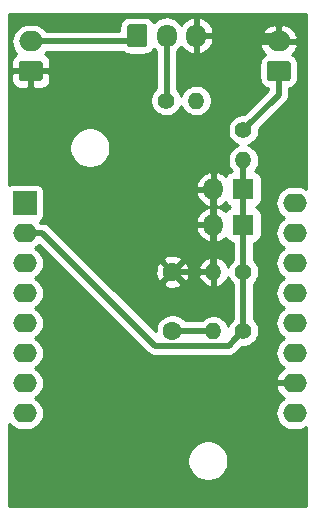
<source format=gbr>
G04 #@! TF.GenerationSoftware,KiCad,Pcbnew,5.1.5-52549c5~84~ubuntu18.04.1*
G04 #@! TF.CreationDate,2020-02-24T15:42:57+01:00*
G04 #@! TF.ProjectId,osat_wemos_board,6f736174-5f77-4656-9d6f-735f626f6172,rev?*
G04 #@! TF.SameCoordinates,Original*
G04 #@! TF.FileFunction,Copper,L1,Top*
G04 #@! TF.FilePolarity,Positive*
%FSLAX46Y46*%
G04 Gerber Fmt 4.6, Leading zero omitted, Abs format (unit mm)*
G04 Created by KiCad (PCBNEW 5.1.5-52549c5~84~ubuntu18.04.1) date 2020-02-24 15:42:57*
%MOMM*%
%LPD*%
G04 APERTURE LIST*
%ADD10O,2.000000X1.600000*%
%ADD11R,2.000000X2.000000*%
%ADD12C,1.600000*%
%ADD13C,0.100000*%
%ADD14O,2.000000X1.700000*%
%ADD15O,1.700000X1.950000*%
%ADD16C,1.400000*%
%ADD17O,1.400000X1.400000*%
%ADD18R,1.800000X1.800000*%
%ADD19O,1.800000X1.800000*%
%ADD20C,0.500000*%
%ADD21C,0.254000*%
G04 APERTURE END LIST*
D10*
X105485001Y-70715001D03*
D11*
X105485001Y-68175001D03*
D10*
X105485001Y-73255001D03*
X105485001Y-75795001D03*
X105485001Y-78335001D03*
X105485001Y-80875001D03*
X105485001Y-83415001D03*
X105485001Y-85955001D03*
X128345001Y-85955001D03*
X128345001Y-83415001D03*
X128345001Y-80875001D03*
X128345001Y-78335001D03*
X128345001Y-75795001D03*
X128345001Y-73255001D03*
X128345001Y-70715001D03*
X128345001Y-68175001D03*
D12*
X118000000Y-74000000D03*
X118000000Y-79000000D03*
G04 #@! TA.AperFunction,ComponentPad*
D13*
G36*
X127774504Y-56151204D02*
G01*
X127798773Y-56154804D01*
X127822571Y-56160765D01*
X127845671Y-56169030D01*
X127867849Y-56179520D01*
X127888893Y-56192133D01*
X127908598Y-56206747D01*
X127926777Y-56223223D01*
X127943253Y-56241402D01*
X127957867Y-56261107D01*
X127970480Y-56282151D01*
X127980970Y-56304329D01*
X127989235Y-56327429D01*
X127995196Y-56351227D01*
X127998796Y-56375496D01*
X128000000Y-56400000D01*
X128000000Y-57600000D01*
X127998796Y-57624504D01*
X127995196Y-57648773D01*
X127989235Y-57672571D01*
X127980970Y-57695671D01*
X127970480Y-57717849D01*
X127957867Y-57738893D01*
X127943253Y-57758598D01*
X127926777Y-57776777D01*
X127908598Y-57793253D01*
X127888893Y-57807867D01*
X127867849Y-57820480D01*
X127845671Y-57830970D01*
X127822571Y-57839235D01*
X127798773Y-57845196D01*
X127774504Y-57848796D01*
X127750000Y-57850000D01*
X126250000Y-57850000D01*
X126225496Y-57848796D01*
X126201227Y-57845196D01*
X126177429Y-57839235D01*
X126154329Y-57830970D01*
X126132151Y-57820480D01*
X126111107Y-57807867D01*
X126091402Y-57793253D01*
X126073223Y-57776777D01*
X126056747Y-57758598D01*
X126042133Y-57738893D01*
X126029520Y-57717849D01*
X126019030Y-57695671D01*
X126010765Y-57672571D01*
X126004804Y-57648773D01*
X126001204Y-57624504D01*
X126000000Y-57600000D01*
X126000000Y-56400000D01*
X126001204Y-56375496D01*
X126004804Y-56351227D01*
X126010765Y-56327429D01*
X126019030Y-56304329D01*
X126029520Y-56282151D01*
X126042133Y-56261107D01*
X126056747Y-56241402D01*
X126073223Y-56223223D01*
X126091402Y-56206747D01*
X126111107Y-56192133D01*
X126132151Y-56179520D01*
X126154329Y-56169030D01*
X126177429Y-56160765D01*
X126201227Y-56154804D01*
X126225496Y-56151204D01*
X126250000Y-56150000D01*
X127750000Y-56150000D01*
X127774504Y-56151204D01*
G37*
G04 #@! TD.AperFunction*
D14*
X127000000Y-54500000D03*
X106000000Y-54500000D03*
G04 #@! TA.AperFunction,ComponentPad*
D13*
G36*
X106774504Y-56151204D02*
G01*
X106798773Y-56154804D01*
X106822571Y-56160765D01*
X106845671Y-56169030D01*
X106867849Y-56179520D01*
X106888893Y-56192133D01*
X106908598Y-56206747D01*
X106926777Y-56223223D01*
X106943253Y-56241402D01*
X106957867Y-56261107D01*
X106970480Y-56282151D01*
X106980970Y-56304329D01*
X106989235Y-56327429D01*
X106995196Y-56351227D01*
X106998796Y-56375496D01*
X107000000Y-56400000D01*
X107000000Y-57600000D01*
X106998796Y-57624504D01*
X106995196Y-57648773D01*
X106989235Y-57672571D01*
X106980970Y-57695671D01*
X106970480Y-57717849D01*
X106957867Y-57738893D01*
X106943253Y-57758598D01*
X106926777Y-57776777D01*
X106908598Y-57793253D01*
X106888893Y-57807867D01*
X106867849Y-57820480D01*
X106845671Y-57830970D01*
X106822571Y-57839235D01*
X106798773Y-57845196D01*
X106774504Y-57848796D01*
X106750000Y-57850000D01*
X105250000Y-57850000D01*
X105225496Y-57848796D01*
X105201227Y-57845196D01*
X105177429Y-57839235D01*
X105154329Y-57830970D01*
X105132151Y-57820480D01*
X105111107Y-57807867D01*
X105091402Y-57793253D01*
X105073223Y-57776777D01*
X105056747Y-57758598D01*
X105042133Y-57738893D01*
X105029520Y-57717849D01*
X105019030Y-57695671D01*
X105010765Y-57672571D01*
X105004804Y-57648773D01*
X105001204Y-57624504D01*
X105000000Y-57600000D01*
X105000000Y-56400000D01*
X105001204Y-56375496D01*
X105004804Y-56351227D01*
X105010765Y-56327429D01*
X105019030Y-56304329D01*
X105029520Y-56282151D01*
X105042133Y-56261107D01*
X105056747Y-56241402D01*
X105073223Y-56223223D01*
X105091402Y-56206747D01*
X105111107Y-56192133D01*
X105132151Y-56179520D01*
X105154329Y-56169030D01*
X105177429Y-56160765D01*
X105201227Y-56154804D01*
X105225496Y-56151204D01*
X105250000Y-56150000D01*
X106750000Y-56150000D01*
X106774504Y-56151204D01*
G37*
G04 #@! TD.AperFunction*
G04 #@! TA.AperFunction,ComponentPad*
G36*
X115624504Y-53026204D02*
G01*
X115648773Y-53029804D01*
X115672571Y-53035765D01*
X115695671Y-53044030D01*
X115717849Y-53054520D01*
X115738893Y-53067133D01*
X115758598Y-53081747D01*
X115776777Y-53098223D01*
X115793253Y-53116402D01*
X115807867Y-53136107D01*
X115820480Y-53157151D01*
X115830970Y-53179329D01*
X115839235Y-53202429D01*
X115845196Y-53226227D01*
X115848796Y-53250496D01*
X115850000Y-53275000D01*
X115850000Y-54725000D01*
X115848796Y-54749504D01*
X115845196Y-54773773D01*
X115839235Y-54797571D01*
X115830970Y-54820671D01*
X115820480Y-54842849D01*
X115807867Y-54863893D01*
X115793253Y-54883598D01*
X115776777Y-54901777D01*
X115758598Y-54918253D01*
X115738893Y-54932867D01*
X115717849Y-54945480D01*
X115695671Y-54955970D01*
X115672571Y-54964235D01*
X115648773Y-54970196D01*
X115624504Y-54973796D01*
X115600000Y-54975000D01*
X114400000Y-54975000D01*
X114375496Y-54973796D01*
X114351227Y-54970196D01*
X114327429Y-54964235D01*
X114304329Y-54955970D01*
X114282151Y-54945480D01*
X114261107Y-54932867D01*
X114241402Y-54918253D01*
X114223223Y-54901777D01*
X114206747Y-54883598D01*
X114192133Y-54863893D01*
X114179520Y-54842849D01*
X114169030Y-54820671D01*
X114160765Y-54797571D01*
X114154804Y-54773773D01*
X114151204Y-54749504D01*
X114150000Y-54725000D01*
X114150000Y-53275000D01*
X114151204Y-53250496D01*
X114154804Y-53226227D01*
X114160765Y-53202429D01*
X114169030Y-53179329D01*
X114179520Y-53157151D01*
X114192133Y-53136107D01*
X114206747Y-53116402D01*
X114223223Y-53098223D01*
X114241402Y-53081747D01*
X114261107Y-53067133D01*
X114282151Y-53054520D01*
X114304329Y-53044030D01*
X114327429Y-53035765D01*
X114351227Y-53029804D01*
X114375496Y-53026204D01*
X114400000Y-53025000D01*
X115600000Y-53025000D01*
X115624504Y-53026204D01*
G37*
G04 #@! TD.AperFunction*
D15*
X117500000Y-54000000D03*
X120000000Y-54000000D03*
D16*
X124000000Y-79000000D03*
D17*
X121460000Y-79000000D03*
D16*
X124000000Y-74000000D03*
D17*
X121460000Y-74000000D03*
X124000000Y-64540000D03*
D16*
X124000000Y-62000000D03*
D17*
X120000000Y-59500000D03*
D16*
X117460000Y-59500000D03*
D18*
X124000000Y-67000000D03*
D19*
X121460000Y-67000000D03*
X121460000Y-70000000D03*
D18*
X124000000Y-70000000D03*
D20*
X118000000Y-74000000D02*
X121460000Y-74000000D01*
X121460000Y-74000000D02*
X121460000Y-70000000D01*
X121460000Y-70000000D02*
X121460000Y-67000000D01*
X126500000Y-54000000D02*
X127000000Y-54500000D01*
X120000000Y-54000000D02*
X126500000Y-54000000D01*
X121460000Y-79000000D02*
X118000000Y-79000000D01*
X124000000Y-64540000D02*
X124000000Y-67000000D01*
X124000000Y-67000000D02*
X124000000Y-70000000D01*
X124000000Y-70000000D02*
X124000000Y-74000000D01*
X124000000Y-74000000D02*
X124000000Y-79000000D01*
X122749999Y-80250001D02*
X123300001Y-79699999D01*
X123300001Y-79699999D02*
X124000000Y-79000000D01*
X116520001Y-80250001D02*
X122749999Y-80250001D01*
X106985001Y-70715001D02*
X116520001Y-80250001D01*
X105485001Y-70715001D02*
X106985001Y-70715001D01*
X127000000Y-59000000D02*
X124000000Y-62000000D01*
X127000000Y-57000000D02*
X127000000Y-59000000D01*
X114500000Y-54500000D02*
X115000000Y-54000000D01*
X106000000Y-54500000D02*
X114500000Y-54500000D01*
X117460000Y-54040000D02*
X117500000Y-54000000D01*
X117500000Y-59460000D02*
X117460000Y-59500000D01*
X117500000Y-54000000D02*
X117500000Y-59460000D01*
D21*
G36*
X129340000Y-66972808D02*
G01*
X129096809Y-66842819D01*
X128826310Y-66760765D01*
X128615493Y-66740001D01*
X128074509Y-66740001D01*
X127863692Y-66760765D01*
X127593193Y-66842819D01*
X127343900Y-66976069D01*
X127125393Y-67155393D01*
X126946069Y-67373900D01*
X126812819Y-67623193D01*
X126730765Y-67893692D01*
X126703058Y-68175001D01*
X126730765Y-68456310D01*
X126812819Y-68726809D01*
X126946069Y-68976102D01*
X127125393Y-69194609D01*
X127343900Y-69373933D01*
X127476859Y-69445001D01*
X127343900Y-69516069D01*
X127125393Y-69695393D01*
X126946069Y-69913900D01*
X126812819Y-70163193D01*
X126730765Y-70433692D01*
X126703058Y-70715001D01*
X126730765Y-70996310D01*
X126812819Y-71266809D01*
X126946069Y-71516102D01*
X127125393Y-71734609D01*
X127343900Y-71913933D01*
X127476859Y-71985001D01*
X127343900Y-72056069D01*
X127125393Y-72235393D01*
X126946069Y-72453900D01*
X126812819Y-72703193D01*
X126730765Y-72973692D01*
X126703058Y-73255001D01*
X126730765Y-73536310D01*
X126812819Y-73806809D01*
X126946069Y-74056102D01*
X127125393Y-74274609D01*
X127343900Y-74453933D01*
X127476859Y-74525001D01*
X127343900Y-74596069D01*
X127125393Y-74775393D01*
X126946069Y-74993900D01*
X126812819Y-75243193D01*
X126730765Y-75513692D01*
X126703058Y-75795001D01*
X126730765Y-76076310D01*
X126812819Y-76346809D01*
X126946069Y-76596102D01*
X127125393Y-76814609D01*
X127343900Y-76993933D01*
X127476859Y-77065001D01*
X127343900Y-77136069D01*
X127125393Y-77315393D01*
X126946069Y-77533900D01*
X126812819Y-77783193D01*
X126730765Y-78053692D01*
X126703058Y-78335001D01*
X126730765Y-78616310D01*
X126812819Y-78886809D01*
X126946069Y-79136102D01*
X127125393Y-79354609D01*
X127343900Y-79533933D01*
X127476859Y-79605001D01*
X127343900Y-79676069D01*
X127125393Y-79855393D01*
X126946069Y-80073900D01*
X126812819Y-80323193D01*
X126730765Y-80593692D01*
X126703058Y-80875001D01*
X126730765Y-81156310D01*
X126812819Y-81426809D01*
X126946069Y-81676102D01*
X127125393Y-81894609D01*
X127343900Y-82073933D01*
X127473346Y-82143123D01*
X127455774Y-82150571D01*
X127222339Y-82309328D01*
X127024362Y-82510576D01*
X126869450Y-82746580D01*
X126763557Y-83008271D01*
X126753097Y-83065962D01*
X126875086Y-83288001D01*
X128218001Y-83288001D01*
X128218001Y-83268001D01*
X128472001Y-83268001D01*
X128472001Y-83288001D01*
X128492001Y-83288001D01*
X128492001Y-83542001D01*
X128472001Y-83542001D01*
X128472001Y-83562001D01*
X128218001Y-83562001D01*
X128218001Y-83542001D01*
X126875086Y-83542001D01*
X126753097Y-83764040D01*
X126763557Y-83821731D01*
X126869450Y-84083422D01*
X127024362Y-84319426D01*
X127222339Y-84520674D01*
X127455774Y-84679431D01*
X127473346Y-84686879D01*
X127343900Y-84756069D01*
X127125393Y-84935393D01*
X126946069Y-85153900D01*
X126812819Y-85403193D01*
X126730765Y-85673692D01*
X126703058Y-85955001D01*
X126730765Y-86236310D01*
X126812819Y-86506809D01*
X126946069Y-86756102D01*
X127125393Y-86974609D01*
X127343900Y-87153933D01*
X127593193Y-87287183D01*
X127863692Y-87369237D01*
X128074509Y-87390001D01*
X128615493Y-87390001D01*
X128826310Y-87369237D01*
X129096809Y-87287183D01*
X129340001Y-87157194D01*
X129340001Y-93840000D01*
X104160000Y-93840000D01*
X104160000Y-89829117D01*
X119265000Y-89829117D01*
X119265000Y-90170883D01*
X119331675Y-90506081D01*
X119462463Y-90821831D01*
X119652337Y-91105998D01*
X119894002Y-91347663D01*
X120178169Y-91537537D01*
X120493919Y-91668325D01*
X120829117Y-91735000D01*
X121170883Y-91735000D01*
X121506081Y-91668325D01*
X121821831Y-91537537D01*
X122105998Y-91347663D01*
X122347663Y-91105998D01*
X122537537Y-90821831D01*
X122668325Y-90506081D01*
X122735000Y-90170883D01*
X122735000Y-89829117D01*
X122668325Y-89493919D01*
X122537537Y-89178169D01*
X122347663Y-88894002D01*
X122105998Y-88652337D01*
X121821831Y-88462463D01*
X121506081Y-88331675D01*
X121170883Y-88265000D01*
X120829117Y-88265000D01*
X120493919Y-88331675D01*
X120178169Y-88462463D01*
X119894002Y-88652337D01*
X119652337Y-88894002D01*
X119462463Y-89178169D01*
X119331675Y-89493919D01*
X119265000Y-89829117D01*
X104160000Y-89829117D01*
X104160000Y-86846187D01*
X104265393Y-86974609D01*
X104483900Y-87153933D01*
X104733193Y-87287183D01*
X105003692Y-87369237D01*
X105214509Y-87390001D01*
X105755493Y-87390001D01*
X105966310Y-87369237D01*
X106236809Y-87287183D01*
X106486102Y-87153933D01*
X106704609Y-86974609D01*
X106883933Y-86756102D01*
X107017183Y-86506809D01*
X107099237Y-86236310D01*
X107126944Y-85955001D01*
X107099237Y-85673692D01*
X107017183Y-85403193D01*
X106883933Y-85153900D01*
X106704609Y-84935393D01*
X106486102Y-84756069D01*
X106353143Y-84685001D01*
X106486102Y-84613933D01*
X106704609Y-84434609D01*
X106883933Y-84216102D01*
X107017183Y-83966809D01*
X107099237Y-83696310D01*
X107126944Y-83415001D01*
X107099237Y-83133692D01*
X107017183Y-82863193D01*
X106883933Y-82613900D01*
X106704609Y-82395393D01*
X106486102Y-82216069D01*
X106353143Y-82145001D01*
X106486102Y-82073933D01*
X106704609Y-81894609D01*
X106883933Y-81676102D01*
X107017183Y-81426809D01*
X107099237Y-81156310D01*
X107126944Y-80875001D01*
X107099237Y-80593692D01*
X107017183Y-80323193D01*
X106883933Y-80073900D01*
X106704609Y-79855393D01*
X106486102Y-79676069D01*
X106353143Y-79605001D01*
X106486102Y-79533933D01*
X106704609Y-79354609D01*
X106883933Y-79136102D01*
X107017183Y-78886809D01*
X107099237Y-78616310D01*
X107126944Y-78335001D01*
X107099237Y-78053692D01*
X107017183Y-77783193D01*
X106883933Y-77533900D01*
X106704609Y-77315393D01*
X106486102Y-77136069D01*
X106353143Y-77065001D01*
X106486102Y-76993933D01*
X106704609Y-76814609D01*
X106883933Y-76596102D01*
X107017183Y-76346809D01*
X107099237Y-76076310D01*
X107126944Y-75795001D01*
X107099237Y-75513692D01*
X107017183Y-75243193D01*
X106883933Y-74993900D01*
X106704609Y-74775393D01*
X106486102Y-74596069D01*
X106353143Y-74525001D01*
X106486102Y-74453933D01*
X106704609Y-74274609D01*
X106883933Y-74056102D01*
X107017183Y-73806809D01*
X107099237Y-73536310D01*
X107126944Y-73255001D01*
X107099237Y-72973692D01*
X107017183Y-72703193D01*
X106883933Y-72453900D01*
X106704609Y-72235393D01*
X106486102Y-72056069D01*
X106353143Y-71985001D01*
X106486102Y-71913933D01*
X106704609Y-71734609D01*
X106726435Y-71708013D01*
X115863471Y-80845050D01*
X115891184Y-80878818D01*
X115924952Y-80906531D01*
X115924954Y-80906533D01*
X115996453Y-80965211D01*
X116025942Y-80989412D01*
X116179688Y-81071590D01*
X116346511Y-81122196D01*
X116476524Y-81135001D01*
X116476534Y-81135001D01*
X116520000Y-81139282D01*
X116563466Y-81135001D01*
X122706530Y-81135001D01*
X122749999Y-81139282D01*
X122793468Y-81135001D01*
X122793476Y-81135001D01*
X122923489Y-81122196D01*
X123090312Y-81071590D01*
X123244058Y-80989412D01*
X123378816Y-80878818D01*
X123406533Y-80845045D01*
X123916578Y-80335000D01*
X124131486Y-80335000D01*
X124389405Y-80283696D01*
X124632359Y-80183061D01*
X124851013Y-80036962D01*
X125036962Y-79851013D01*
X125183061Y-79632359D01*
X125283696Y-79389405D01*
X125335000Y-79131486D01*
X125335000Y-78868514D01*
X125283696Y-78610595D01*
X125183061Y-78367641D01*
X125036962Y-78148987D01*
X124885000Y-77997025D01*
X124885000Y-75002975D01*
X125036962Y-74851013D01*
X125183061Y-74632359D01*
X125283696Y-74389405D01*
X125335000Y-74131486D01*
X125335000Y-73868514D01*
X125283696Y-73610595D01*
X125183061Y-73367641D01*
X125036962Y-73148987D01*
X124885000Y-72997025D01*
X124885000Y-71538072D01*
X124900000Y-71538072D01*
X125024482Y-71525812D01*
X125144180Y-71489502D01*
X125254494Y-71430537D01*
X125351185Y-71351185D01*
X125430537Y-71254494D01*
X125489502Y-71144180D01*
X125525812Y-71024482D01*
X125538072Y-70900000D01*
X125538072Y-69100000D01*
X125525812Y-68975518D01*
X125489502Y-68855820D01*
X125430537Y-68745506D01*
X125351185Y-68648815D01*
X125254494Y-68569463D01*
X125144180Y-68510498D01*
X125109573Y-68500000D01*
X125144180Y-68489502D01*
X125254494Y-68430537D01*
X125351185Y-68351185D01*
X125430537Y-68254494D01*
X125489502Y-68144180D01*
X125525812Y-68024482D01*
X125538072Y-67900000D01*
X125538072Y-66100000D01*
X125525812Y-65975518D01*
X125489502Y-65855820D01*
X125430537Y-65745506D01*
X125351185Y-65648815D01*
X125254494Y-65569463D01*
X125144180Y-65510498D01*
X125024482Y-65474188D01*
X124960125Y-65467850D01*
X125036962Y-65391013D01*
X125183061Y-65172359D01*
X125283696Y-64929405D01*
X125335000Y-64671486D01*
X125335000Y-64408514D01*
X125283696Y-64150595D01*
X125183061Y-63907641D01*
X125036962Y-63688987D01*
X124851013Y-63503038D01*
X124632359Y-63356939D01*
X124422470Y-63270000D01*
X124632359Y-63183061D01*
X124851013Y-63036962D01*
X125036962Y-62851013D01*
X125183061Y-62632359D01*
X125283696Y-62389405D01*
X125335000Y-62131486D01*
X125335000Y-61916578D01*
X127595049Y-59656530D01*
X127628817Y-59628817D01*
X127739411Y-59494059D01*
X127757616Y-59460000D01*
X127821589Y-59340314D01*
X127872195Y-59173490D01*
X127877494Y-59119687D01*
X127885000Y-59043477D01*
X127885000Y-59043469D01*
X127889281Y-59000000D01*
X127885000Y-58956531D01*
X127885000Y-58474776D01*
X127923254Y-58471008D01*
X128089850Y-58420472D01*
X128243386Y-58338405D01*
X128377962Y-58227962D01*
X128488405Y-58093386D01*
X128570472Y-57939850D01*
X128621008Y-57773254D01*
X128638072Y-57600000D01*
X128638072Y-56400000D01*
X128621008Y-56226746D01*
X128570472Y-56060150D01*
X128488405Y-55906614D01*
X128377962Y-55772038D01*
X128243386Y-55661595D01*
X128141407Y-55607086D01*
X128141795Y-55606802D01*
X128338664Y-55392046D01*
X128489854Y-55143009D01*
X128589554Y-54869261D01*
X128591476Y-54856890D01*
X128470155Y-54627000D01*
X127127000Y-54627000D01*
X127127000Y-54647000D01*
X126873000Y-54647000D01*
X126873000Y-54627000D01*
X125529845Y-54627000D01*
X125408524Y-54856890D01*
X125410446Y-54869261D01*
X125510146Y-55143009D01*
X125661336Y-55392046D01*
X125858205Y-55606802D01*
X125858593Y-55607086D01*
X125756614Y-55661595D01*
X125622038Y-55772038D01*
X125511595Y-55906614D01*
X125429528Y-56060150D01*
X125378992Y-56226746D01*
X125361928Y-56400000D01*
X125361928Y-57600000D01*
X125378992Y-57773254D01*
X125429528Y-57939850D01*
X125511595Y-58093386D01*
X125622038Y-58227962D01*
X125756614Y-58338405D01*
X125910150Y-58420472D01*
X126076746Y-58471008D01*
X126115001Y-58474776D01*
X126115001Y-58633420D01*
X124083422Y-60665000D01*
X123868514Y-60665000D01*
X123610595Y-60716304D01*
X123367641Y-60816939D01*
X123148987Y-60963038D01*
X122963038Y-61148987D01*
X122816939Y-61367641D01*
X122716304Y-61610595D01*
X122665000Y-61868514D01*
X122665000Y-62131486D01*
X122716304Y-62389405D01*
X122816939Y-62632359D01*
X122963038Y-62851013D01*
X123148987Y-63036962D01*
X123367641Y-63183061D01*
X123577530Y-63270000D01*
X123367641Y-63356939D01*
X123148987Y-63503038D01*
X122963038Y-63688987D01*
X122816939Y-63907641D01*
X122716304Y-64150595D01*
X122665000Y-64408514D01*
X122665000Y-64671486D01*
X122716304Y-64929405D01*
X122816939Y-65172359D01*
X122963038Y-65391013D01*
X123039875Y-65467850D01*
X122975518Y-65474188D01*
X122855820Y-65510498D01*
X122745506Y-65569463D01*
X122648815Y-65648815D01*
X122569463Y-65745506D01*
X122510498Y-65855820D01*
X122502311Y-65882808D01*
X122367573Y-65762038D01*
X122108620Y-65608766D01*
X121824741Y-65508959D01*
X121587000Y-65629008D01*
X121587000Y-66873000D01*
X121607000Y-66873000D01*
X121607000Y-67127000D01*
X121587000Y-67127000D01*
X121587000Y-68370992D01*
X121824741Y-68491041D01*
X122108620Y-68391234D01*
X122367573Y-68237962D01*
X122502311Y-68117192D01*
X122510498Y-68144180D01*
X122569463Y-68254494D01*
X122648815Y-68351185D01*
X122745506Y-68430537D01*
X122855820Y-68489502D01*
X122890427Y-68500000D01*
X122855820Y-68510498D01*
X122745506Y-68569463D01*
X122648815Y-68648815D01*
X122569463Y-68745506D01*
X122510498Y-68855820D01*
X122502311Y-68882808D01*
X122367573Y-68762038D01*
X122108620Y-68608766D01*
X121824741Y-68508959D01*
X121587000Y-68629008D01*
X121587000Y-69873000D01*
X121607000Y-69873000D01*
X121607000Y-70127000D01*
X121587000Y-70127000D01*
X121587000Y-71370992D01*
X121824741Y-71491041D01*
X122108620Y-71391234D01*
X122367573Y-71237962D01*
X122502311Y-71117192D01*
X122510498Y-71144180D01*
X122569463Y-71254494D01*
X122648815Y-71351185D01*
X122745506Y-71430537D01*
X122855820Y-71489502D01*
X122975518Y-71525812D01*
X123100000Y-71538072D01*
X123115000Y-71538072D01*
X123115001Y-72997024D01*
X122963038Y-73148987D01*
X122816939Y-73367641D01*
X122727506Y-73583550D01*
X122720047Y-73558956D01*
X122609792Y-73321608D01*
X122455351Y-73110330D01*
X122262660Y-72933241D01*
X122039123Y-72797147D01*
X121793330Y-72707278D01*
X121587000Y-72829799D01*
X121587000Y-73873000D01*
X121607000Y-73873000D01*
X121607000Y-74127000D01*
X121587000Y-74127000D01*
X121587000Y-75170201D01*
X121793330Y-75292722D01*
X122039123Y-75202853D01*
X122262660Y-75066759D01*
X122455351Y-74889670D01*
X122609792Y-74678392D01*
X122720047Y-74441044D01*
X122727506Y-74416450D01*
X122816939Y-74632359D01*
X122963038Y-74851013D01*
X123115000Y-75002975D01*
X123115001Y-77997024D01*
X122963038Y-78148987D01*
X122816939Y-78367641D01*
X122730000Y-78577530D01*
X122643061Y-78367641D01*
X122496962Y-78148987D01*
X122311013Y-77963038D01*
X122092359Y-77816939D01*
X121849405Y-77716304D01*
X121591486Y-77665000D01*
X121328514Y-77665000D01*
X121070595Y-77716304D01*
X120827641Y-77816939D01*
X120608987Y-77963038D01*
X120457025Y-78115000D01*
X119134521Y-78115000D01*
X119114637Y-78085241D01*
X118914759Y-77885363D01*
X118679727Y-77728320D01*
X118418574Y-77620147D01*
X118141335Y-77565000D01*
X117858665Y-77565000D01*
X117581426Y-77620147D01*
X117320273Y-77728320D01*
X117085241Y-77885363D01*
X116885363Y-78085241D01*
X116728320Y-78320273D01*
X116620147Y-78581426D01*
X116565000Y-78858665D01*
X116565000Y-79043421D01*
X112514281Y-74992702D01*
X117186903Y-74992702D01*
X117258486Y-75236671D01*
X117513996Y-75357571D01*
X117788184Y-75426300D01*
X118070512Y-75440217D01*
X118350130Y-75398787D01*
X118616292Y-75303603D01*
X118741514Y-75236671D01*
X118813097Y-74992702D01*
X118000000Y-74179605D01*
X117186903Y-74992702D01*
X112514281Y-74992702D01*
X111592091Y-74070512D01*
X116559783Y-74070512D01*
X116601213Y-74350130D01*
X116696397Y-74616292D01*
X116763329Y-74741514D01*
X117007298Y-74813097D01*
X117820395Y-74000000D01*
X118179605Y-74000000D01*
X118992702Y-74813097D01*
X119236671Y-74741514D01*
X119357571Y-74486004D01*
X119395841Y-74333329D01*
X120167284Y-74333329D01*
X120199953Y-74441044D01*
X120310208Y-74678392D01*
X120464649Y-74889670D01*
X120657340Y-75066759D01*
X120880877Y-75202853D01*
X121126670Y-75292722D01*
X121333000Y-75170201D01*
X121333000Y-74127000D01*
X120290626Y-74127000D01*
X120167284Y-74333329D01*
X119395841Y-74333329D01*
X119426300Y-74211816D01*
X119440217Y-73929488D01*
X119401277Y-73666671D01*
X120167284Y-73666671D01*
X120290626Y-73873000D01*
X121333000Y-73873000D01*
X121333000Y-72829799D01*
X121126670Y-72707278D01*
X120880877Y-72797147D01*
X120657340Y-72933241D01*
X120464649Y-73110330D01*
X120310208Y-73321608D01*
X120199953Y-73558956D01*
X120167284Y-73666671D01*
X119401277Y-73666671D01*
X119398787Y-73649870D01*
X119303603Y-73383708D01*
X119236671Y-73258486D01*
X118992702Y-73186903D01*
X118179605Y-74000000D01*
X117820395Y-74000000D01*
X117007298Y-73186903D01*
X116763329Y-73258486D01*
X116642429Y-73513996D01*
X116573700Y-73788184D01*
X116559783Y-74070512D01*
X111592091Y-74070512D01*
X110528877Y-73007298D01*
X117186903Y-73007298D01*
X118000000Y-73820395D01*
X118813097Y-73007298D01*
X118741514Y-72763329D01*
X118486004Y-72642429D01*
X118211816Y-72573700D01*
X117929488Y-72559783D01*
X117649870Y-72601213D01*
X117383708Y-72696397D01*
X117258486Y-72763329D01*
X117186903Y-73007298D01*
X110528877Y-73007298D01*
X107886319Y-70364740D01*
X119968964Y-70364740D01*
X120017606Y-70525107D01*
X120147764Y-70796414D01*
X120328351Y-71037116D01*
X120552427Y-71237962D01*
X120811380Y-71391234D01*
X121095259Y-71491041D01*
X121333000Y-71370992D01*
X121333000Y-70127000D01*
X120089622Y-70127000D01*
X119968964Y-70364740D01*
X107886319Y-70364740D01*
X107641535Y-70119957D01*
X107613818Y-70086184D01*
X107479060Y-69975590D01*
X107325314Y-69893412D01*
X107158491Y-69842806D01*
X107028478Y-69830001D01*
X107028470Y-69830001D01*
X106985001Y-69825720D01*
X106941532Y-69830001D01*
X106815079Y-69830001D01*
X106751525Y-69752560D01*
X106839495Y-69705538D01*
X106925129Y-69635260D01*
X119968964Y-69635260D01*
X120089622Y-69873000D01*
X121333000Y-69873000D01*
X121333000Y-68629008D01*
X121095259Y-68508959D01*
X120811380Y-68608766D01*
X120552427Y-68762038D01*
X120328351Y-68962884D01*
X120147764Y-69203586D01*
X120017606Y-69474893D01*
X119968964Y-69635260D01*
X106925129Y-69635260D01*
X106936186Y-69626186D01*
X107015538Y-69529495D01*
X107074503Y-69419181D01*
X107110813Y-69299483D01*
X107123073Y-69175001D01*
X107123073Y-67364740D01*
X119968964Y-67364740D01*
X120017606Y-67525107D01*
X120147764Y-67796414D01*
X120328351Y-68037116D01*
X120552427Y-68237962D01*
X120811380Y-68391234D01*
X121095259Y-68491041D01*
X121333000Y-68370992D01*
X121333000Y-67127000D01*
X120089622Y-67127000D01*
X119968964Y-67364740D01*
X107123073Y-67364740D01*
X107123073Y-67175001D01*
X107110813Y-67050519D01*
X107074503Y-66930821D01*
X107015538Y-66820507D01*
X106936186Y-66723816D01*
X106839495Y-66644464D01*
X106822276Y-66635260D01*
X119968964Y-66635260D01*
X120089622Y-66873000D01*
X121333000Y-66873000D01*
X121333000Y-65629008D01*
X121095259Y-65508959D01*
X120811380Y-65608766D01*
X120552427Y-65762038D01*
X120328351Y-65962884D01*
X120147764Y-66203586D01*
X120017606Y-66474893D01*
X119968964Y-66635260D01*
X106822276Y-66635260D01*
X106729181Y-66585499D01*
X106609483Y-66549189D01*
X106485001Y-66536929D01*
X104485001Y-66536929D01*
X104360519Y-66549189D01*
X104240821Y-66585499D01*
X104160000Y-66628699D01*
X104160000Y-63329117D01*
X109265000Y-63329117D01*
X109265000Y-63670883D01*
X109331675Y-64006081D01*
X109462463Y-64321831D01*
X109652337Y-64605998D01*
X109894002Y-64847663D01*
X110178169Y-65037537D01*
X110493919Y-65168325D01*
X110829117Y-65235000D01*
X111170883Y-65235000D01*
X111506081Y-65168325D01*
X111821831Y-65037537D01*
X112105998Y-64847663D01*
X112347663Y-64605998D01*
X112537537Y-64321831D01*
X112668325Y-64006081D01*
X112735000Y-63670883D01*
X112735000Y-63329117D01*
X112668325Y-62993919D01*
X112537537Y-62678169D01*
X112347663Y-62394002D01*
X112105998Y-62152337D01*
X111821831Y-61962463D01*
X111506081Y-61831675D01*
X111170883Y-61765000D01*
X110829117Y-61765000D01*
X110493919Y-61831675D01*
X110178169Y-61962463D01*
X109894002Y-62152337D01*
X109652337Y-62394002D01*
X109462463Y-62678169D01*
X109331675Y-62993919D01*
X109265000Y-63329117D01*
X104160000Y-63329117D01*
X104160000Y-57850000D01*
X104361928Y-57850000D01*
X104374188Y-57974482D01*
X104410498Y-58094180D01*
X104469463Y-58204494D01*
X104548815Y-58301185D01*
X104645506Y-58380537D01*
X104755820Y-58439502D01*
X104875518Y-58475812D01*
X105000000Y-58488072D01*
X105714250Y-58485000D01*
X105873000Y-58326250D01*
X105873000Y-57127000D01*
X106127000Y-57127000D01*
X106127000Y-58326250D01*
X106285750Y-58485000D01*
X107000000Y-58488072D01*
X107124482Y-58475812D01*
X107244180Y-58439502D01*
X107354494Y-58380537D01*
X107451185Y-58301185D01*
X107530537Y-58204494D01*
X107589502Y-58094180D01*
X107625812Y-57974482D01*
X107638072Y-57850000D01*
X107635000Y-57285750D01*
X107476250Y-57127000D01*
X106127000Y-57127000D01*
X105873000Y-57127000D01*
X104523750Y-57127000D01*
X104365000Y-57285750D01*
X104361928Y-57850000D01*
X104160000Y-57850000D01*
X104160000Y-54500000D01*
X104357815Y-54500000D01*
X104386487Y-54791111D01*
X104471401Y-55071034D01*
X104609294Y-55329014D01*
X104790608Y-55549945D01*
X104755820Y-55560498D01*
X104645506Y-55619463D01*
X104548815Y-55698815D01*
X104469463Y-55795506D01*
X104410498Y-55905820D01*
X104374188Y-56025518D01*
X104361928Y-56150000D01*
X104365000Y-56714250D01*
X104523750Y-56873000D01*
X105873000Y-56873000D01*
X105873000Y-56853000D01*
X106127000Y-56853000D01*
X106127000Y-56873000D01*
X107476250Y-56873000D01*
X107635000Y-56714250D01*
X107638072Y-56150000D01*
X107625812Y-56025518D01*
X107589502Y-55905820D01*
X107530537Y-55795506D01*
X107451185Y-55698815D01*
X107354494Y-55619463D01*
X107244180Y-55560498D01*
X107209392Y-55549945D01*
X107344759Y-55385000D01*
X113811077Y-55385000D01*
X113906614Y-55463405D01*
X114060150Y-55545472D01*
X114226746Y-55596008D01*
X114400000Y-55613072D01*
X115600000Y-55613072D01*
X115773254Y-55596008D01*
X115939850Y-55545472D01*
X116093386Y-55463405D01*
X116227962Y-55352962D01*
X116338405Y-55218386D01*
X116392777Y-55116663D01*
X116444866Y-55180134D01*
X116615000Y-55319759D01*
X116615001Y-58459020D01*
X116608987Y-58463038D01*
X116423038Y-58648987D01*
X116276939Y-58867641D01*
X116176304Y-59110595D01*
X116125000Y-59368514D01*
X116125000Y-59631486D01*
X116176304Y-59889405D01*
X116276939Y-60132359D01*
X116423038Y-60351013D01*
X116608987Y-60536962D01*
X116827641Y-60683061D01*
X117070595Y-60783696D01*
X117328514Y-60835000D01*
X117591486Y-60835000D01*
X117849405Y-60783696D01*
X118092359Y-60683061D01*
X118311013Y-60536962D01*
X118496962Y-60351013D01*
X118643061Y-60132359D01*
X118730000Y-59922470D01*
X118816939Y-60132359D01*
X118963038Y-60351013D01*
X119148987Y-60536962D01*
X119367641Y-60683061D01*
X119610595Y-60783696D01*
X119868514Y-60835000D01*
X120131486Y-60835000D01*
X120389405Y-60783696D01*
X120632359Y-60683061D01*
X120851013Y-60536962D01*
X121036962Y-60351013D01*
X121183061Y-60132359D01*
X121283696Y-59889405D01*
X121335000Y-59631486D01*
X121335000Y-59368514D01*
X121283696Y-59110595D01*
X121183061Y-58867641D01*
X121036962Y-58648987D01*
X120851013Y-58463038D01*
X120632359Y-58316939D01*
X120389405Y-58216304D01*
X120131486Y-58165000D01*
X119868514Y-58165000D01*
X119610595Y-58216304D01*
X119367641Y-58316939D01*
X119148987Y-58463038D01*
X118963038Y-58648987D01*
X118816939Y-58867641D01*
X118730000Y-59077530D01*
X118643061Y-58867641D01*
X118496962Y-58648987D01*
X118385000Y-58537025D01*
X118385000Y-55319759D01*
X118555134Y-55180134D01*
X118740706Y-54954014D01*
X118754462Y-54928278D01*
X118910951Y-55134429D01*
X119128807Y-55327496D01*
X119380142Y-55474352D01*
X119643110Y-55566476D01*
X119873000Y-55445155D01*
X119873000Y-54127000D01*
X120127000Y-54127000D01*
X120127000Y-55445155D01*
X120356890Y-55566476D01*
X120619858Y-55474352D01*
X120871193Y-55327496D01*
X121089049Y-55134429D01*
X121265053Y-54902570D01*
X121392442Y-54640830D01*
X121466320Y-54359267D01*
X121335887Y-54143110D01*
X125408524Y-54143110D01*
X125529845Y-54373000D01*
X126873000Y-54373000D01*
X126873000Y-53172768D01*
X127127000Y-53172768D01*
X127127000Y-54373000D01*
X128470155Y-54373000D01*
X128591476Y-54143110D01*
X128589554Y-54130739D01*
X128489854Y-53856991D01*
X128338664Y-53607954D01*
X128141795Y-53393198D01*
X127906812Y-53220975D01*
X127642745Y-53097904D01*
X127359742Y-53028715D01*
X127127000Y-53172768D01*
X126873000Y-53172768D01*
X126640258Y-53028715D01*
X126357255Y-53097904D01*
X126093188Y-53220975D01*
X125858205Y-53393198D01*
X125661336Y-53607954D01*
X125510146Y-53856991D01*
X125410446Y-54130739D01*
X125408524Y-54143110D01*
X121335887Y-54143110D01*
X121326165Y-54127000D01*
X120127000Y-54127000D01*
X119873000Y-54127000D01*
X119853000Y-54127000D01*
X119853000Y-53873000D01*
X119873000Y-53873000D01*
X119873000Y-52554845D01*
X120127000Y-52554845D01*
X120127000Y-53873000D01*
X121326165Y-53873000D01*
X121466320Y-53640733D01*
X121392442Y-53359170D01*
X121265053Y-53097430D01*
X121089049Y-52865571D01*
X120871193Y-52672504D01*
X120619858Y-52525648D01*
X120356890Y-52433524D01*
X120127000Y-52554845D01*
X119873000Y-52554845D01*
X119643110Y-52433524D01*
X119380142Y-52525648D01*
X119128807Y-52672504D01*
X118910951Y-52865571D01*
X118754462Y-53071722D01*
X118740706Y-53045986D01*
X118555134Y-52819866D01*
X118329013Y-52634294D01*
X118071033Y-52496401D01*
X117791110Y-52411487D01*
X117500000Y-52382815D01*
X117208889Y-52411487D01*
X116928966Y-52496401D01*
X116670986Y-52634294D01*
X116444866Y-52819866D01*
X116392777Y-52883337D01*
X116338405Y-52781614D01*
X116227962Y-52647038D01*
X116093386Y-52536595D01*
X115939850Y-52454528D01*
X115773254Y-52403992D01*
X115600000Y-52386928D01*
X114400000Y-52386928D01*
X114226746Y-52403992D01*
X114060150Y-52454528D01*
X113906614Y-52536595D01*
X113772038Y-52647038D01*
X113661595Y-52781614D01*
X113579528Y-52935150D01*
X113528992Y-53101746D01*
X113511928Y-53275000D01*
X113511928Y-53615000D01*
X107344759Y-53615000D01*
X107205134Y-53444866D01*
X106979014Y-53259294D01*
X106721034Y-53121401D01*
X106441111Y-53036487D01*
X106222950Y-53015000D01*
X105777050Y-53015000D01*
X105558889Y-53036487D01*
X105278966Y-53121401D01*
X105020986Y-53259294D01*
X104794866Y-53444866D01*
X104609294Y-53670986D01*
X104471401Y-53928966D01*
X104386487Y-54208889D01*
X104357815Y-54500000D01*
X104160000Y-54500000D01*
X104160000Y-52160000D01*
X129340000Y-52160000D01*
X129340000Y-66972808D01*
G37*
X129340000Y-66972808D02*
X129096809Y-66842819D01*
X128826310Y-66760765D01*
X128615493Y-66740001D01*
X128074509Y-66740001D01*
X127863692Y-66760765D01*
X127593193Y-66842819D01*
X127343900Y-66976069D01*
X127125393Y-67155393D01*
X126946069Y-67373900D01*
X126812819Y-67623193D01*
X126730765Y-67893692D01*
X126703058Y-68175001D01*
X126730765Y-68456310D01*
X126812819Y-68726809D01*
X126946069Y-68976102D01*
X127125393Y-69194609D01*
X127343900Y-69373933D01*
X127476859Y-69445001D01*
X127343900Y-69516069D01*
X127125393Y-69695393D01*
X126946069Y-69913900D01*
X126812819Y-70163193D01*
X126730765Y-70433692D01*
X126703058Y-70715001D01*
X126730765Y-70996310D01*
X126812819Y-71266809D01*
X126946069Y-71516102D01*
X127125393Y-71734609D01*
X127343900Y-71913933D01*
X127476859Y-71985001D01*
X127343900Y-72056069D01*
X127125393Y-72235393D01*
X126946069Y-72453900D01*
X126812819Y-72703193D01*
X126730765Y-72973692D01*
X126703058Y-73255001D01*
X126730765Y-73536310D01*
X126812819Y-73806809D01*
X126946069Y-74056102D01*
X127125393Y-74274609D01*
X127343900Y-74453933D01*
X127476859Y-74525001D01*
X127343900Y-74596069D01*
X127125393Y-74775393D01*
X126946069Y-74993900D01*
X126812819Y-75243193D01*
X126730765Y-75513692D01*
X126703058Y-75795001D01*
X126730765Y-76076310D01*
X126812819Y-76346809D01*
X126946069Y-76596102D01*
X127125393Y-76814609D01*
X127343900Y-76993933D01*
X127476859Y-77065001D01*
X127343900Y-77136069D01*
X127125393Y-77315393D01*
X126946069Y-77533900D01*
X126812819Y-77783193D01*
X126730765Y-78053692D01*
X126703058Y-78335001D01*
X126730765Y-78616310D01*
X126812819Y-78886809D01*
X126946069Y-79136102D01*
X127125393Y-79354609D01*
X127343900Y-79533933D01*
X127476859Y-79605001D01*
X127343900Y-79676069D01*
X127125393Y-79855393D01*
X126946069Y-80073900D01*
X126812819Y-80323193D01*
X126730765Y-80593692D01*
X126703058Y-80875001D01*
X126730765Y-81156310D01*
X126812819Y-81426809D01*
X126946069Y-81676102D01*
X127125393Y-81894609D01*
X127343900Y-82073933D01*
X127473346Y-82143123D01*
X127455774Y-82150571D01*
X127222339Y-82309328D01*
X127024362Y-82510576D01*
X126869450Y-82746580D01*
X126763557Y-83008271D01*
X126753097Y-83065962D01*
X126875086Y-83288001D01*
X128218001Y-83288001D01*
X128218001Y-83268001D01*
X128472001Y-83268001D01*
X128472001Y-83288001D01*
X128492001Y-83288001D01*
X128492001Y-83542001D01*
X128472001Y-83542001D01*
X128472001Y-83562001D01*
X128218001Y-83562001D01*
X128218001Y-83542001D01*
X126875086Y-83542001D01*
X126753097Y-83764040D01*
X126763557Y-83821731D01*
X126869450Y-84083422D01*
X127024362Y-84319426D01*
X127222339Y-84520674D01*
X127455774Y-84679431D01*
X127473346Y-84686879D01*
X127343900Y-84756069D01*
X127125393Y-84935393D01*
X126946069Y-85153900D01*
X126812819Y-85403193D01*
X126730765Y-85673692D01*
X126703058Y-85955001D01*
X126730765Y-86236310D01*
X126812819Y-86506809D01*
X126946069Y-86756102D01*
X127125393Y-86974609D01*
X127343900Y-87153933D01*
X127593193Y-87287183D01*
X127863692Y-87369237D01*
X128074509Y-87390001D01*
X128615493Y-87390001D01*
X128826310Y-87369237D01*
X129096809Y-87287183D01*
X129340001Y-87157194D01*
X129340001Y-93840000D01*
X104160000Y-93840000D01*
X104160000Y-89829117D01*
X119265000Y-89829117D01*
X119265000Y-90170883D01*
X119331675Y-90506081D01*
X119462463Y-90821831D01*
X119652337Y-91105998D01*
X119894002Y-91347663D01*
X120178169Y-91537537D01*
X120493919Y-91668325D01*
X120829117Y-91735000D01*
X121170883Y-91735000D01*
X121506081Y-91668325D01*
X121821831Y-91537537D01*
X122105998Y-91347663D01*
X122347663Y-91105998D01*
X122537537Y-90821831D01*
X122668325Y-90506081D01*
X122735000Y-90170883D01*
X122735000Y-89829117D01*
X122668325Y-89493919D01*
X122537537Y-89178169D01*
X122347663Y-88894002D01*
X122105998Y-88652337D01*
X121821831Y-88462463D01*
X121506081Y-88331675D01*
X121170883Y-88265000D01*
X120829117Y-88265000D01*
X120493919Y-88331675D01*
X120178169Y-88462463D01*
X119894002Y-88652337D01*
X119652337Y-88894002D01*
X119462463Y-89178169D01*
X119331675Y-89493919D01*
X119265000Y-89829117D01*
X104160000Y-89829117D01*
X104160000Y-86846187D01*
X104265393Y-86974609D01*
X104483900Y-87153933D01*
X104733193Y-87287183D01*
X105003692Y-87369237D01*
X105214509Y-87390001D01*
X105755493Y-87390001D01*
X105966310Y-87369237D01*
X106236809Y-87287183D01*
X106486102Y-87153933D01*
X106704609Y-86974609D01*
X106883933Y-86756102D01*
X107017183Y-86506809D01*
X107099237Y-86236310D01*
X107126944Y-85955001D01*
X107099237Y-85673692D01*
X107017183Y-85403193D01*
X106883933Y-85153900D01*
X106704609Y-84935393D01*
X106486102Y-84756069D01*
X106353143Y-84685001D01*
X106486102Y-84613933D01*
X106704609Y-84434609D01*
X106883933Y-84216102D01*
X107017183Y-83966809D01*
X107099237Y-83696310D01*
X107126944Y-83415001D01*
X107099237Y-83133692D01*
X107017183Y-82863193D01*
X106883933Y-82613900D01*
X106704609Y-82395393D01*
X106486102Y-82216069D01*
X106353143Y-82145001D01*
X106486102Y-82073933D01*
X106704609Y-81894609D01*
X106883933Y-81676102D01*
X107017183Y-81426809D01*
X107099237Y-81156310D01*
X107126944Y-80875001D01*
X107099237Y-80593692D01*
X107017183Y-80323193D01*
X106883933Y-80073900D01*
X106704609Y-79855393D01*
X106486102Y-79676069D01*
X106353143Y-79605001D01*
X106486102Y-79533933D01*
X106704609Y-79354609D01*
X106883933Y-79136102D01*
X107017183Y-78886809D01*
X107099237Y-78616310D01*
X107126944Y-78335001D01*
X107099237Y-78053692D01*
X107017183Y-77783193D01*
X106883933Y-77533900D01*
X106704609Y-77315393D01*
X106486102Y-77136069D01*
X106353143Y-77065001D01*
X106486102Y-76993933D01*
X106704609Y-76814609D01*
X106883933Y-76596102D01*
X107017183Y-76346809D01*
X107099237Y-76076310D01*
X107126944Y-75795001D01*
X107099237Y-75513692D01*
X107017183Y-75243193D01*
X106883933Y-74993900D01*
X106704609Y-74775393D01*
X106486102Y-74596069D01*
X106353143Y-74525001D01*
X106486102Y-74453933D01*
X106704609Y-74274609D01*
X106883933Y-74056102D01*
X107017183Y-73806809D01*
X107099237Y-73536310D01*
X107126944Y-73255001D01*
X107099237Y-72973692D01*
X107017183Y-72703193D01*
X106883933Y-72453900D01*
X106704609Y-72235393D01*
X106486102Y-72056069D01*
X106353143Y-71985001D01*
X106486102Y-71913933D01*
X106704609Y-71734609D01*
X106726435Y-71708013D01*
X115863471Y-80845050D01*
X115891184Y-80878818D01*
X115924952Y-80906531D01*
X115924954Y-80906533D01*
X115996453Y-80965211D01*
X116025942Y-80989412D01*
X116179688Y-81071590D01*
X116346511Y-81122196D01*
X116476524Y-81135001D01*
X116476534Y-81135001D01*
X116520000Y-81139282D01*
X116563466Y-81135001D01*
X122706530Y-81135001D01*
X122749999Y-81139282D01*
X122793468Y-81135001D01*
X122793476Y-81135001D01*
X122923489Y-81122196D01*
X123090312Y-81071590D01*
X123244058Y-80989412D01*
X123378816Y-80878818D01*
X123406533Y-80845045D01*
X123916578Y-80335000D01*
X124131486Y-80335000D01*
X124389405Y-80283696D01*
X124632359Y-80183061D01*
X124851013Y-80036962D01*
X125036962Y-79851013D01*
X125183061Y-79632359D01*
X125283696Y-79389405D01*
X125335000Y-79131486D01*
X125335000Y-78868514D01*
X125283696Y-78610595D01*
X125183061Y-78367641D01*
X125036962Y-78148987D01*
X124885000Y-77997025D01*
X124885000Y-75002975D01*
X125036962Y-74851013D01*
X125183061Y-74632359D01*
X125283696Y-74389405D01*
X125335000Y-74131486D01*
X125335000Y-73868514D01*
X125283696Y-73610595D01*
X125183061Y-73367641D01*
X125036962Y-73148987D01*
X124885000Y-72997025D01*
X124885000Y-71538072D01*
X124900000Y-71538072D01*
X125024482Y-71525812D01*
X125144180Y-71489502D01*
X125254494Y-71430537D01*
X125351185Y-71351185D01*
X125430537Y-71254494D01*
X125489502Y-71144180D01*
X125525812Y-71024482D01*
X125538072Y-70900000D01*
X125538072Y-69100000D01*
X125525812Y-68975518D01*
X125489502Y-68855820D01*
X125430537Y-68745506D01*
X125351185Y-68648815D01*
X125254494Y-68569463D01*
X125144180Y-68510498D01*
X125109573Y-68500000D01*
X125144180Y-68489502D01*
X125254494Y-68430537D01*
X125351185Y-68351185D01*
X125430537Y-68254494D01*
X125489502Y-68144180D01*
X125525812Y-68024482D01*
X125538072Y-67900000D01*
X125538072Y-66100000D01*
X125525812Y-65975518D01*
X125489502Y-65855820D01*
X125430537Y-65745506D01*
X125351185Y-65648815D01*
X125254494Y-65569463D01*
X125144180Y-65510498D01*
X125024482Y-65474188D01*
X124960125Y-65467850D01*
X125036962Y-65391013D01*
X125183061Y-65172359D01*
X125283696Y-64929405D01*
X125335000Y-64671486D01*
X125335000Y-64408514D01*
X125283696Y-64150595D01*
X125183061Y-63907641D01*
X125036962Y-63688987D01*
X124851013Y-63503038D01*
X124632359Y-63356939D01*
X124422470Y-63270000D01*
X124632359Y-63183061D01*
X124851013Y-63036962D01*
X125036962Y-62851013D01*
X125183061Y-62632359D01*
X125283696Y-62389405D01*
X125335000Y-62131486D01*
X125335000Y-61916578D01*
X127595049Y-59656530D01*
X127628817Y-59628817D01*
X127739411Y-59494059D01*
X127757616Y-59460000D01*
X127821589Y-59340314D01*
X127872195Y-59173490D01*
X127877494Y-59119687D01*
X127885000Y-59043477D01*
X127885000Y-59043469D01*
X127889281Y-59000000D01*
X127885000Y-58956531D01*
X127885000Y-58474776D01*
X127923254Y-58471008D01*
X128089850Y-58420472D01*
X128243386Y-58338405D01*
X128377962Y-58227962D01*
X128488405Y-58093386D01*
X128570472Y-57939850D01*
X128621008Y-57773254D01*
X128638072Y-57600000D01*
X128638072Y-56400000D01*
X128621008Y-56226746D01*
X128570472Y-56060150D01*
X128488405Y-55906614D01*
X128377962Y-55772038D01*
X128243386Y-55661595D01*
X128141407Y-55607086D01*
X128141795Y-55606802D01*
X128338664Y-55392046D01*
X128489854Y-55143009D01*
X128589554Y-54869261D01*
X128591476Y-54856890D01*
X128470155Y-54627000D01*
X127127000Y-54627000D01*
X127127000Y-54647000D01*
X126873000Y-54647000D01*
X126873000Y-54627000D01*
X125529845Y-54627000D01*
X125408524Y-54856890D01*
X125410446Y-54869261D01*
X125510146Y-55143009D01*
X125661336Y-55392046D01*
X125858205Y-55606802D01*
X125858593Y-55607086D01*
X125756614Y-55661595D01*
X125622038Y-55772038D01*
X125511595Y-55906614D01*
X125429528Y-56060150D01*
X125378992Y-56226746D01*
X125361928Y-56400000D01*
X125361928Y-57600000D01*
X125378992Y-57773254D01*
X125429528Y-57939850D01*
X125511595Y-58093386D01*
X125622038Y-58227962D01*
X125756614Y-58338405D01*
X125910150Y-58420472D01*
X126076746Y-58471008D01*
X126115001Y-58474776D01*
X126115001Y-58633420D01*
X124083422Y-60665000D01*
X123868514Y-60665000D01*
X123610595Y-60716304D01*
X123367641Y-60816939D01*
X123148987Y-60963038D01*
X122963038Y-61148987D01*
X122816939Y-61367641D01*
X122716304Y-61610595D01*
X122665000Y-61868514D01*
X122665000Y-62131486D01*
X122716304Y-62389405D01*
X122816939Y-62632359D01*
X122963038Y-62851013D01*
X123148987Y-63036962D01*
X123367641Y-63183061D01*
X123577530Y-63270000D01*
X123367641Y-63356939D01*
X123148987Y-63503038D01*
X122963038Y-63688987D01*
X122816939Y-63907641D01*
X122716304Y-64150595D01*
X122665000Y-64408514D01*
X122665000Y-64671486D01*
X122716304Y-64929405D01*
X122816939Y-65172359D01*
X122963038Y-65391013D01*
X123039875Y-65467850D01*
X122975518Y-65474188D01*
X122855820Y-65510498D01*
X122745506Y-65569463D01*
X122648815Y-65648815D01*
X122569463Y-65745506D01*
X122510498Y-65855820D01*
X122502311Y-65882808D01*
X122367573Y-65762038D01*
X122108620Y-65608766D01*
X121824741Y-65508959D01*
X121587000Y-65629008D01*
X121587000Y-66873000D01*
X121607000Y-66873000D01*
X121607000Y-67127000D01*
X121587000Y-67127000D01*
X121587000Y-68370992D01*
X121824741Y-68491041D01*
X122108620Y-68391234D01*
X122367573Y-68237962D01*
X122502311Y-68117192D01*
X122510498Y-68144180D01*
X122569463Y-68254494D01*
X122648815Y-68351185D01*
X122745506Y-68430537D01*
X122855820Y-68489502D01*
X122890427Y-68500000D01*
X122855820Y-68510498D01*
X122745506Y-68569463D01*
X122648815Y-68648815D01*
X122569463Y-68745506D01*
X122510498Y-68855820D01*
X122502311Y-68882808D01*
X122367573Y-68762038D01*
X122108620Y-68608766D01*
X121824741Y-68508959D01*
X121587000Y-68629008D01*
X121587000Y-69873000D01*
X121607000Y-69873000D01*
X121607000Y-70127000D01*
X121587000Y-70127000D01*
X121587000Y-71370992D01*
X121824741Y-71491041D01*
X122108620Y-71391234D01*
X122367573Y-71237962D01*
X122502311Y-71117192D01*
X122510498Y-71144180D01*
X122569463Y-71254494D01*
X122648815Y-71351185D01*
X122745506Y-71430537D01*
X122855820Y-71489502D01*
X122975518Y-71525812D01*
X123100000Y-71538072D01*
X123115000Y-71538072D01*
X123115001Y-72997024D01*
X122963038Y-73148987D01*
X122816939Y-73367641D01*
X122727506Y-73583550D01*
X122720047Y-73558956D01*
X122609792Y-73321608D01*
X122455351Y-73110330D01*
X122262660Y-72933241D01*
X122039123Y-72797147D01*
X121793330Y-72707278D01*
X121587000Y-72829799D01*
X121587000Y-73873000D01*
X121607000Y-73873000D01*
X121607000Y-74127000D01*
X121587000Y-74127000D01*
X121587000Y-75170201D01*
X121793330Y-75292722D01*
X122039123Y-75202853D01*
X122262660Y-75066759D01*
X122455351Y-74889670D01*
X122609792Y-74678392D01*
X122720047Y-74441044D01*
X122727506Y-74416450D01*
X122816939Y-74632359D01*
X122963038Y-74851013D01*
X123115000Y-75002975D01*
X123115001Y-77997024D01*
X122963038Y-78148987D01*
X122816939Y-78367641D01*
X122730000Y-78577530D01*
X122643061Y-78367641D01*
X122496962Y-78148987D01*
X122311013Y-77963038D01*
X122092359Y-77816939D01*
X121849405Y-77716304D01*
X121591486Y-77665000D01*
X121328514Y-77665000D01*
X121070595Y-77716304D01*
X120827641Y-77816939D01*
X120608987Y-77963038D01*
X120457025Y-78115000D01*
X119134521Y-78115000D01*
X119114637Y-78085241D01*
X118914759Y-77885363D01*
X118679727Y-77728320D01*
X118418574Y-77620147D01*
X118141335Y-77565000D01*
X117858665Y-77565000D01*
X117581426Y-77620147D01*
X117320273Y-77728320D01*
X117085241Y-77885363D01*
X116885363Y-78085241D01*
X116728320Y-78320273D01*
X116620147Y-78581426D01*
X116565000Y-78858665D01*
X116565000Y-79043421D01*
X112514281Y-74992702D01*
X117186903Y-74992702D01*
X117258486Y-75236671D01*
X117513996Y-75357571D01*
X117788184Y-75426300D01*
X118070512Y-75440217D01*
X118350130Y-75398787D01*
X118616292Y-75303603D01*
X118741514Y-75236671D01*
X118813097Y-74992702D01*
X118000000Y-74179605D01*
X117186903Y-74992702D01*
X112514281Y-74992702D01*
X111592091Y-74070512D01*
X116559783Y-74070512D01*
X116601213Y-74350130D01*
X116696397Y-74616292D01*
X116763329Y-74741514D01*
X117007298Y-74813097D01*
X117820395Y-74000000D01*
X118179605Y-74000000D01*
X118992702Y-74813097D01*
X119236671Y-74741514D01*
X119357571Y-74486004D01*
X119395841Y-74333329D01*
X120167284Y-74333329D01*
X120199953Y-74441044D01*
X120310208Y-74678392D01*
X120464649Y-74889670D01*
X120657340Y-75066759D01*
X120880877Y-75202853D01*
X121126670Y-75292722D01*
X121333000Y-75170201D01*
X121333000Y-74127000D01*
X120290626Y-74127000D01*
X120167284Y-74333329D01*
X119395841Y-74333329D01*
X119426300Y-74211816D01*
X119440217Y-73929488D01*
X119401277Y-73666671D01*
X120167284Y-73666671D01*
X120290626Y-73873000D01*
X121333000Y-73873000D01*
X121333000Y-72829799D01*
X121126670Y-72707278D01*
X120880877Y-72797147D01*
X120657340Y-72933241D01*
X120464649Y-73110330D01*
X120310208Y-73321608D01*
X120199953Y-73558956D01*
X120167284Y-73666671D01*
X119401277Y-73666671D01*
X119398787Y-73649870D01*
X119303603Y-73383708D01*
X119236671Y-73258486D01*
X118992702Y-73186903D01*
X118179605Y-74000000D01*
X117820395Y-74000000D01*
X117007298Y-73186903D01*
X116763329Y-73258486D01*
X116642429Y-73513996D01*
X116573700Y-73788184D01*
X116559783Y-74070512D01*
X111592091Y-74070512D01*
X110528877Y-73007298D01*
X117186903Y-73007298D01*
X118000000Y-73820395D01*
X118813097Y-73007298D01*
X118741514Y-72763329D01*
X118486004Y-72642429D01*
X118211816Y-72573700D01*
X117929488Y-72559783D01*
X117649870Y-72601213D01*
X117383708Y-72696397D01*
X117258486Y-72763329D01*
X117186903Y-73007298D01*
X110528877Y-73007298D01*
X107886319Y-70364740D01*
X119968964Y-70364740D01*
X120017606Y-70525107D01*
X120147764Y-70796414D01*
X120328351Y-71037116D01*
X120552427Y-71237962D01*
X120811380Y-71391234D01*
X121095259Y-71491041D01*
X121333000Y-71370992D01*
X121333000Y-70127000D01*
X120089622Y-70127000D01*
X119968964Y-70364740D01*
X107886319Y-70364740D01*
X107641535Y-70119957D01*
X107613818Y-70086184D01*
X107479060Y-69975590D01*
X107325314Y-69893412D01*
X107158491Y-69842806D01*
X107028478Y-69830001D01*
X107028470Y-69830001D01*
X106985001Y-69825720D01*
X106941532Y-69830001D01*
X106815079Y-69830001D01*
X106751525Y-69752560D01*
X106839495Y-69705538D01*
X106925129Y-69635260D01*
X119968964Y-69635260D01*
X120089622Y-69873000D01*
X121333000Y-69873000D01*
X121333000Y-68629008D01*
X121095259Y-68508959D01*
X120811380Y-68608766D01*
X120552427Y-68762038D01*
X120328351Y-68962884D01*
X120147764Y-69203586D01*
X120017606Y-69474893D01*
X119968964Y-69635260D01*
X106925129Y-69635260D01*
X106936186Y-69626186D01*
X107015538Y-69529495D01*
X107074503Y-69419181D01*
X107110813Y-69299483D01*
X107123073Y-69175001D01*
X107123073Y-67364740D01*
X119968964Y-67364740D01*
X120017606Y-67525107D01*
X120147764Y-67796414D01*
X120328351Y-68037116D01*
X120552427Y-68237962D01*
X120811380Y-68391234D01*
X121095259Y-68491041D01*
X121333000Y-68370992D01*
X121333000Y-67127000D01*
X120089622Y-67127000D01*
X119968964Y-67364740D01*
X107123073Y-67364740D01*
X107123073Y-67175001D01*
X107110813Y-67050519D01*
X107074503Y-66930821D01*
X107015538Y-66820507D01*
X106936186Y-66723816D01*
X106839495Y-66644464D01*
X106822276Y-66635260D01*
X119968964Y-66635260D01*
X120089622Y-66873000D01*
X121333000Y-66873000D01*
X121333000Y-65629008D01*
X121095259Y-65508959D01*
X120811380Y-65608766D01*
X120552427Y-65762038D01*
X120328351Y-65962884D01*
X120147764Y-66203586D01*
X120017606Y-66474893D01*
X119968964Y-66635260D01*
X106822276Y-66635260D01*
X106729181Y-66585499D01*
X106609483Y-66549189D01*
X106485001Y-66536929D01*
X104485001Y-66536929D01*
X104360519Y-66549189D01*
X104240821Y-66585499D01*
X104160000Y-66628699D01*
X104160000Y-63329117D01*
X109265000Y-63329117D01*
X109265000Y-63670883D01*
X109331675Y-64006081D01*
X109462463Y-64321831D01*
X109652337Y-64605998D01*
X109894002Y-64847663D01*
X110178169Y-65037537D01*
X110493919Y-65168325D01*
X110829117Y-65235000D01*
X111170883Y-65235000D01*
X111506081Y-65168325D01*
X111821831Y-65037537D01*
X112105998Y-64847663D01*
X112347663Y-64605998D01*
X112537537Y-64321831D01*
X112668325Y-64006081D01*
X112735000Y-63670883D01*
X112735000Y-63329117D01*
X112668325Y-62993919D01*
X112537537Y-62678169D01*
X112347663Y-62394002D01*
X112105998Y-62152337D01*
X111821831Y-61962463D01*
X111506081Y-61831675D01*
X111170883Y-61765000D01*
X110829117Y-61765000D01*
X110493919Y-61831675D01*
X110178169Y-61962463D01*
X109894002Y-62152337D01*
X109652337Y-62394002D01*
X109462463Y-62678169D01*
X109331675Y-62993919D01*
X109265000Y-63329117D01*
X104160000Y-63329117D01*
X104160000Y-57850000D01*
X104361928Y-57850000D01*
X104374188Y-57974482D01*
X104410498Y-58094180D01*
X104469463Y-58204494D01*
X104548815Y-58301185D01*
X104645506Y-58380537D01*
X104755820Y-58439502D01*
X104875518Y-58475812D01*
X105000000Y-58488072D01*
X105714250Y-58485000D01*
X105873000Y-58326250D01*
X105873000Y-57127000D01*
X106127000Y-57127000D01*
X106127000Y-58326250D01*
X106285750Y-58485000D01*
X107000000Y-58488072D01*
X107124482Y-58475812D01*
X107244180Y-58439502D01*
X107354494Y-58380537D01*
X107451185Y-58301185D01*
X107530537Y-58204494D01*
X107589502Y-58094180D01*
X107625812Y-57974482D01*
X107638072Y-57850000D01*
X107635000Y-57285750D01*
X107476250Y-57127000D01*
X106127000Y-57127000D01*
X105873000Y-57127000D01*
X104523750Y-57127000D01*
X104365000Y-57285750D01*
X104361928Y-57850000D01*
X104160000Y-57850000D01*
X104160000Y-54500000D01*
X104357815Y-54500000D01*
X104386487Y-54791111D01*
X104471401Y-55071034D01*
X104609294Y-55329014D01*
X104790608Y-55549945D01*
X104755820Y-55560498D01*
X104645506Y-55619463D01*
X104548815Y-55698815D01*
X104469463Y-55795506D01*
X104410498Y-55905820D01*
X104374188Y-56025518D01*
X104361928Y-56150000D01*
X104365000Y-56714250D01*
X104523750Y-56873000D01*
X105873000Y-56873000D01*
X105873000Y-56853000D01*
X106127000Y-56853000D01*
X106127000Y-56873000D01*
X107476250Y-56873000D01*
X107635000Y-56714250D01*
X107638072Y-56150000D01*
X107625812Y-56025518D01*
X107589502Y-55905820D01*
X107530537Y-55795506D01*
X107451185Y-55698815D01*
X107354494Y-55619463D01*
X107244180Y-55560498D01*
X107209392Y-55549945D01*
X107344759Y-55385000D01*
X113811077Y-55385000D01*
X113906614Y-55463405D01*
X114060150Y-55545472D01*
X114226746Y-55596008D01*
X114400000Y-55613072D01*
X115600000Y-55613072D01*
X115773254Y-55596008D01*
X115939850Y-55545472D01*
X116093386Y-55463405D01*
X116227962Y-55352962D01*
X116338405Y-55218386D01*
X116392777Y-55116663D01*
X116444866Y-55180134D01*
X116615000Y-55319759D01*
X116615001Y-58459020D01*
X116608987Y-58463038D01*
X116423038Y-58648987D01*
X116276939Y-58867641D01*
X116176304Y-59110595D01*
X116125000Y-59368514D01*
X116125000Y-59631486D01*
X116176304Y-59889405D01*
X116276939Y-60132359D01*
X116423038Y-60351013D01*
X116608987Y-60536962D01*
X116827641Y-60683061D01*
X117070595Y-60783696D01*
X117328514Y-60835000D01*
X117591486Y-60835000D01*
X117849405Y-60783696D01*
X118092359Y-60683061D01*
X118311013Y-60536962D01*
X118496962Y-60351013D01*
X118643061Y-60132359D01*
X118730000Y-59922470D01*
X118816939Y-60132359D01*
X118963038Y-60351013D01*
X119148987Y-60536962D01*
X119367641Y-60683061D01*
X119610595Y-60783696D01*
X119868514Y-60835000D01*
X120131486Y-60835000D01*
X120389405Y-60783696D01*
X120632359Y-60683061D01*
X120851013Y-60536962D01*
X121036962Y-60351013D01*
X121183061Y-60132359D01*
X121283696Y-59889405D01*
X121335000Y-59631486D01*
X121335000Y-59368514D01*
X121283696Y-59110595D01*
X121183061Y-58867641D01*
X121036962Y-58648987D01*
X120851013Y-58463038D01*
X120632359Y-58316939D01*
X120389405Y-58216304D01*
X120131486Y-58165000D01*
X119868514Y-58165000D01*
X119610595Y-58216304D01*
X119367641Y-58316939D01*
X119148987Y-58463038D01*
X118963038Y-58648987D01*
X118816939Y-58867641D01*
X118730000Y-59077530D01*
X118643061Y-58867641D01*
X118496962Y-58648987D01*
X118385000Y-58537025D01*
X118385000Y-55319759D01*
X118555134Y-55180134D01*
X118740706Y-54954014D01*
X118754462Y-54928278D01*
X118910951Y-55134429D01*
X119128807Y-55327496D01*
X119380142Y-55474352D01*
X119643110Y-55566476D01*
X119873000Y-55445155D01*
X119873000Y-54127000D01*
X120127000Y-54127000D01*
X120127000Y-55445155D01*
X120356890Y-55566476D01*
X120619858Y-55474352D01*
X120871193Y-55327496D01*
X121089049Y-55134429D01*
X121265053Y-54902570D01*
X121392442Y-54640830D01*
X121466320Y-54359267D01*
X121335887Y-54143110D01*
X125408524Y-54143110D01*
X125529845Y-54373000D01*
X126873000Y-54373000D01*
X126873000Y-53172768D01*
X127127000Y-53172768D01*
X127127000Y-54373000D01*
X128470155Y-54373000D01*
X128591476Y-54143110D01*
X128589554Y-54130739D01*
X128489854Y-53856991D01*
X128338664Y-53607954D01*
X128141795Y-53393198D01*
X127906812Y-53220975D01*
X127642745Y-53097904D01*
X127359742Y-53028715D01*
X127127000Y-53172768D01*
X126873000Y-53172768D01*
X126640258Y-53028715D01*
X126357255Y-53097904D01*
X126093188Y-53220975D01*
X125858205Y-53393198D01*
X125661336Y-53607954D01*
X125510146Y-53856991D01*
X125410446Y-54130739D01*
X125408524Y-54143110D01*
X121335887Y-54143110D01*
X121326165Y-54127000D01*
X120127000Y-54127000D01*
X119873000Y-54127000D01*
X119853000Y-54127000D01*
X119853000Y-53873000D01*
X119873000Y-53873000D01*
X119873000Y-52554845D01*
X120127000Y-52554845D01*
X120127000Y-53873000D01*
X121326165Y-53873000D01*
X121466320Y-53640733D01*
X121392442Y-53359170D01*
X121265053Y-53097430D01*
X121089049Y-52865571D01*
X120871193Y-52672504D01*
X120619858Y-52525648D01*
X120356890Y-52433524D01*
X120127000Y-52554845D01*
X119873000Y-52554845D01*
X119643110Y-52433524D01*
X119380142Y-52525648D01*
X119128807Y-52672504D01*
X118910951Y-52865571D01*
X118754462Y-53071722D01*
X118740706Y-53045986D01*
X118555134Y-52819866D01*
X118329013Y-52634294D01*
X118071033Y-52496401D01*
X117791110Y-52411487D01*
X117500000Y-52382815D01*
X117208889Y-52411487D01*
X116928966Y-52496401D01*
X116670986Y-52634294D01*
X116444866Y-52819866D01*
X116392777Y-52883337D01*
X116338405Y-52781614D01*
X116227962Y-52647038D01*
X116093386Y-52536595D01*
X115939850Y-52454528D01*
X115773254Y-52403992D01*
X115600000Y-52386928D01*
X114400000Y-52386928D01*
X114226746Y-52403992D01*
X114060150Y-52454528D01*
X113906614Y-52536595D01*
X113772038Y-52647038D01*
X113661595Y-52781614D01*
X113579528Y-52935150D01*
X113528992Y-53101746D01*
X113511928Y-53275000D01*
X113511928Y-53615000D01*
X107344759Y-53615000D01*
X107205134Y-53444866D01*
X106979014Y-53259294D01*
X106721034Y-53121401D01*
X106441111Y-53036487D01*
X106222950Y-53015000D01*
X105777050Y-53015000D01*
X105558889Y-53036487D01*
X105278966Y-53121401D01*
X105020986Y-53259294D01*
X104794866Y-53444866D01*
X104609294Y-53670986D01*
X104471401Y-53928966D01*
X104386487Y-54208889D01*
X104357815Y-54500000D01*
X104160000Y-54500000D01*
X104160000Y-52160000D01*
X129340000Y-52160000D01*
X129340000Y-66972808D01*
M02*

</source>
